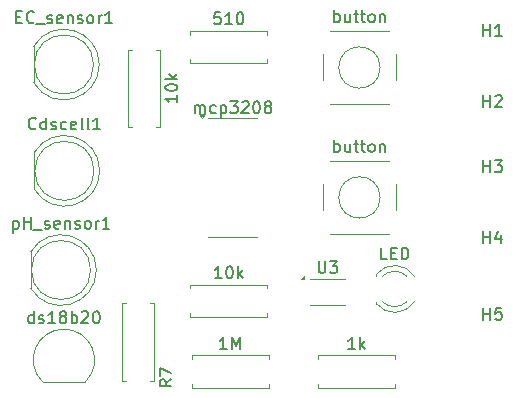
<source format=gbr>
%TF.GenerationSoftware,KiCad,Pcbnew,9.0.7*%
%TF.CreationDate,2026-01-23T18:30:01+09:00*%
%TF.ProjectId,ono-kairo,6f6e6f2d-6b61-4697-926f-2e6b69636164,rev?*%
%TF.SameCoordinates,Original*%
%TF.FileFunction,Legend,Top*%
%TF.FilePolarity,Positive*%
%FSLAX46Y46*%
G04 Gerber Fmt 4.6, Leading zero omitted, Abs format (unit mm)*
G04 Created by KiCad (PCBNEW 9.0.7) date 2026-01-23 18:30:01*
%MOMM*%
%LPD*%
G01*
G04 APERTURE LIST*
%ADD10C,0.150000*%
%ADD11C,0.120000*%
G04 APERTURE END LIST*
D10*
X143932380Y-48728152D02*
X143932380Y-49728152D01*
X143932380Y-48775771D02*
X144027618Y-48728152D01*
X144027618Y-48728152D02*
X144218094Y-48728152D01*
X144218094Y-48728152D02*
X144313332Y-48775771D01*
X144313332Y-48775771D02*
X144360951Y-48823390D01*
X144360951Y-48823390D02*
X144408570Y-48918628D01*
X144408570Y-48918628D02*
X144408570Y-49204342D01*
X144408570Y-49204342D02*
X144360951Y-49299580D01*
X144360951Y-49299580D02*
X144313332Y-49347200D01*
X144313332Y-49347200D02*
X144218094Y-49394819D01*
X144218094Y-49394819D02*
X144027618Y-49394819D01*
X144027618Y-49394819D02*
X143932380Y-49347200D01*
X144837142Y-49394819D02*
X144837142Y-48394819D01*
X144837142Y-48871009D02*
X145408570Y-48871009D01*
X145408570Y-49394819D02*
X145408570Y-48394819D01*
X145646666Y-49490057D02*
X146408570Y-49490057D01*
X146599047Y-49347200D02*
X146694285Y-49394819D01*
X146694285Y-49394819D02*
X146884761Y-49394819D01*
X146884761Y-49394819D02*
X146979999Y-49347200D01*
X146979999Y-49347200D02*
X147027618Y-49251961D01*
X147027618Y-49251961D02*
X147027618Y-49204342D01*
X147027618Y-49204342D02*
X146979999Y-49109104D01*
X146979999Y-49109104D02*
X146884761Y-49061485D01*
X146884761Y-49061485D02*
X146741904Y-49061485D01*
X146741904Y-49061485D02*
X146646666Y-49013866D01*
X146646666Y-49013866D02*
X146599047Y-48918628D01*
X146599047Y-48918628D02*
X146599047Y-48871009D01*
X146599047Y-48871009D02*
X146646666Y-48775771D01*
X146646666Y-48775771D02*
X146741904Y-48728152D01*
X146741904Y-48728152D02*
X146884761Y-48728152D01*
X146884761Y-48728152D02*
X146979999Y-48775771D01*
X147837142Y-49347200D02*
X147741904Y-49394819D01*
X147741904Y-49394819D02*
X147551428Y-49394819D01*
X147551428Y-49394819D02*
X147456190Y-49347200D01*
X147456190Y-49347200D02*
X147408571Y-49251961D01*
X147408571Y-49251961D02*
X147408571Y-48871009D01*
X147408571Y-48871009D02*
X147456190Y-48775771D01*
X147456190Y-48775771D02*
X147551428Y-48728152D01*
X147551428Y-48728152D02*
X147741904Y-48728152D01*
X147741904Y-48728152D02*
X147837142Y-48775771D01*
X147837142Y-48775771D02*
X147884761Y-48871009D01*
X147884761Y-48871009D02*
X147884761Y-48966247D01*
X147884761Y-48966247D02*
X147408571Y-49061485D01*
X148313333Y-48728152D02*
X148313333Y-49394819D01*
X148313333Y-48823390D02*
X148360952Y-48775771D01*
X148360952Y-48775771D02*
X148456190Y-48728152D01*
X148456190Y-48728152D02*
X148599047Y-48728152D01*
X148599047Y-48728152D02*
X148694285Y-48775771D01*
X148694285Y-48775771D02*
X148741904Y-48871009D01*
X148741904Y-48871009D02*
X148741904Y-49394819D01*
X149170476Y-49347200D02*
X149265714Y-49394819D01*
X149265714Y-49394819D02*
X149456190Y-49394819D01*
X149456190Y-49394819D02*
X149551428Y-49347200D01*
X149551428Y-49347200D02*
X149599047Y-49251961D01*
X149599047Y-49251961D02*
X149599047Y-49204342D01*
X149599047Y-49204342D02*
X149551428Y-49109104D01*
X149551428Y-49109104D02*
X149456190Y-49061485D01*
X149456190Y-49061485D02*
X149313333Y-49061485D01*
X149313333Y-49061485D02*
X149218095Y-49013866D01*
X149218095Y-49013866D02*
X149170476Y-48918628D01*
X149170476Y-48918628D02*
X149170476Y-48871009D01*
X149170476Y-48871009D02*
X149218095Y-48775771D01*
X149218095Y-48775771D02*
X149313333Y-48728152D01*
X149313333Y-48728152D02*
X149456190Y-48728152D01*
X149456190Y-48728152D02*
X149551428Y-48775771D01*
X150170476Y-49394819D02*
X150075238Y-49347200D01*
X150075238Y-49347200D02*
X150027619Y-49299580D01*
X150027619Y-49299580D02*
X149980000Y-49204342D01*
X149980000Y-49204342D02*
X149980000Y-48918628D01*
X149980000Y-48918628D02*
X150027619Y-48823390D01*
X150027619Y-48823390D02*
X150075238Y-48775771D01*
X150075238Y-48775771D02*
X150170476Y-48728152D01*
X150170476Y-48728152D02*
X150313333Y-48728152D01*
X150313333Y-48728152D02*
X150408571Y-48775771D01*
X150408571Y-48775771D02*
X150456190Y-48823390D01*
X150456190Y-48823390D02*
X150503809Y-48918628D01*
X150503809Y-48918628D02*
X150503809Y-49204342D01*
X150503809Y-49204342D02*
X150456190Y-49299580D01*
X150456190Y-49299580D02*
X150408571Y-49347200D01*
X150408571Y-49347200D02*
X150313333Y-49394819D01*
X150313333Y-49394819D02*
X150170476Y-49394819D01*
X150932381Y-49394819D02*
X150932381Y-48728152D01*
X150932381Y-48918628D02*
X150980000Y-48823390D01*
X150980000Y-48823390D02*
X151027619Y-48775771D01*
X151027619Y-48775771D02*
X151122857Y-48728152D01*
X151122857Y-48728152D02*
X151218095Y-48728152D01*
X152075238Y-49394819D02*
X151503810Y-49394819D01*
X151789524Y-49394819D02*
X151789524Y-48394819D01*
X151789524Y-48394819D02*
X151694286Y-48537676D01*
X151694286Y-48537676D02*
X151599048Y-48632914D01*
X151599048Y-48632914D02*
X151503810Y-48680533D01*
X171107142Y-42904819D02*
X171107142Y-41904819D01*
X171107142Y-42285771D02*
X171202380Y-42238152D01*
X171202380Y-42238152D02*
X171392856Y-42238152D01*
X171392856Y-42238152D02*
X171488094Y-42285771D01*
X171488094Y-42285771D02*
X171535713Y-42333390D01*
X171535713Y-42333390D02*
X171583332Y-42428628D01*
X171583332Y-42428628D02*
X171583332Y-42714342D01*
X171583332Y-42714342D02*
X171535713Y-42809580D01*
X171535713Y-42809580D02*
X171488094Y-42857200D01*
X171488094Y-42857200D02*
X171392856Y-42904819D01*
X171392856Y-42904819D02*
X171202380Y-42904819D01*
X171202380Y-42904819D02*
X171107142Y-42857200D01*
X172440475Y-42238152D02*
X172440475Y-42904819D01*
X172011904Y-42238152D02*
X172011904Y-42761961D01*
X172011904Y-42761961D02*
X172059523Y-42857200D01*
X172059523Y-42857200D02*
X172154761Y-42904819D01*
X172154761Y-42904819D02*
X172297618Y-42904819D01*
X172297618Y-42904819D02*
X172392856Y-42857200D01*
X172392856Y-42857200D02*
X172440475Y-42809580D01*
X172773809Y-42238152D02*
X173154761Y-42238152D01*
X172916666Y-41904819D02*
X172916666Y-42761961D01*
X172916666Y-42761961D02*
X172964285Y-42857200D01*
X172964285Y-42857200D02*
X173059523Y-42904819D01*
X173059523Y-42904819D02*
X173154761Y-42904819D01*
X173345238Y-42238152D02*
X173726190Y-42238152D01*
X173488095Y-41904819D02*
X173488095Y-42761961D01*
X173488095Y-42761961D02*
X173535714Y-42857200D01*
X173535714Y-42857200D02*
X173630952Y-42904819D01*
X173630952Y-42904819D02*
X173726190Y-42904819D01*
X174202381Y-42904819D02*
X174107143Y-42857200D01*
X174107143Y-42857200D02*
X174059524Y-42809580D01*
X174059524Y-42809580D02*
X174011905Y-42714342D01*
X174011905Y-42714342D02*
X174011905Y-42428628D01*
X174011905Y-42428628D02*
X174059524Y-42333390D01*
X174059524Y-42333390D02*
X174107143Y-42285771D01*
X174107143Y-42285771D02*
X174202381Y-42238152D01*
X174202381Y-42238152D02*
X174345238Y-42238152D01*
X174345238Y-42238152D02*
X174440476Y-42285771D01*
X174440476Y-42285771D02*
X174488095Y-42333390D01*
X174488095Y-42333390D02*
X174535714Y-42428628D01*
X174535714Y-42428628D02*
X174535714Y-42714342D01*
X174535714Y-42714342D02*
X174488095Y-42809580D01*
X174488095Y-42809580D02*
X174440476Y-42857200D01*
X174440476Y-42857200D02*
X174345238Y-42904819D01*
X174345238Y-42904819D02*
X174202381Y-42904819D01*
X174964286Y-42238152D02*
X174964286Y-42904819D01*
X174964286Y-42333390D02*
X175011905Y-42285771D01*
X175011905Y-42285771D02*
X175107143Y-42238152D01*
X175107143Y-42238152D02*
X175250000Y-42238152D01*
X175250000Y-42238152D02*
X175345238Y-42285771D01*
X175345238Y-42285771D02*
X175392857Y-42381009D01*
X175392857Y-42381009D02*
X175392857Y-42904819D01*
X171107142Y-31904819D02*
X171107142Y-30904819D01*
X171107142Y-31285771D02*
X171202380Y-31238152D01*
X171202380Y-31238152D02*
X171392856Y-31238152D01*
X171392856Y-31238152D02*
X171488094Y-31285771D01*
X171488094Y-31285771D02*
X171535713Y-31333390D01*
X171535713Y-31333390D02*
X171583332Y-31428628D01*
X171583332Y-31428628D02*
X171583332Y-31714342D01*
X171583332Y-31714342D02*
X171535713Y-31809580D01*
X171535713Y-31809580D02*
X171488094Y-31857200D01*
X171488094Y-31857200D02*
X171392856Y-31904819D01*
X171392856Y-31904819D02*
X171202380Y-31904819D01*
X171202380Y-31904819D02*
X171107142Y-31857200D01*
X172440475Y-31238152D02*
X172440475Y-31904819D01*
X172011904Y-31238152D02*
X172011904Y-31761961D01*
X172011904Y-31761961D02*
X172059523Y-31857200D01*
X172059523Y-31857200D02*
X172154761Y-31904819D01*
X172154761Y-31904819D02*
X172297618Y-31904819D01*
X172297618Y-31904819D02*
X172392856Y-31857200D01*
X172392856Y-31857200D02*
X172440475Y-31809580D01*
X172773809Y-31238152D02*
X173154761Y-31238152D01*
X172916666Y-30904819D02*
X172916666Y-31761961D01*
X172916666Y-31761961D02*
X172964285Y-31857200D01*
X172964285Y-31857200D02*
X173059523Y-31904819D01*
X173059523Y-31904819D02*
X173154761Y-31904819D01*
X173345238Y-31238152D02*
X173726190Y-31238152D01*
X173488095Y-30904819D02*
X173488095Y-31761961D01*
X173488095Y-31761961D02*
X173535714Y-31857200D01*
X173535714Y-31857200D02*
X173630952Y-31904819D01*
X173630952Y-31904819D02*
X173726190Y-31904819D01*
X174202381Y-31904819D02*
X174107143Y-31857200D01*
X174107143Y-31857200D02*
X174059524Y-31809580D01*
X174059524Y-31809580D02*
X174011905Y-31714342D01*
X174011905Y-31714342D02*
X174011905Y-31428628D01*
X174011905Y-31428628D02*
X174059524Y-31333390D01*
X174059524Y-31333390D02*
X174107143Y-31285771D01*
X174107143Y-31285771D02*
X174202381Y-31238152D01*
X174202381Y-31238152D02*
X174345238Y-31238152D01*
X174345238Y-31238152D02*
X174440476Y-31285771D01*
X174440476Y-31285771D02*
X174488095Y-31333390D01*
X174488095Y-31333390D02*
X174535714Y-31428628D01*
X174535714Y-31428628D02*
X174535714Y-31714342D01*
X174535714Y-31714342D02*
X174488095Y-31809580D01*
X174488095Y-31809580D02*
X174440476Y-31857200D01*
X174440476Y-31857200D02*
X174345238Y-31904819D01*
X174345238Y-31904819D02*
X174202381Y-31904819D01*
X174964286Y-31238152D02*
X174964286Y-31904819D01*
X174964286Y-31333390D02*
X175011905Y-31285771D01*
X175011905Y-31285771D02*
X175107143Y-31238152D01*
X175107143Y-31238152D02*
X175250000Y-31238152D01*
X175250000Y-31238152D02*
X175345238Y-31285771D01*
X175345238Y-31285771D02*
X175392857Y-31381009D01*
X175392857Y-31381009D02*
X175392857Y-31904819D01*
X183738095Y-57104819D02*
X183738095Y-56104819D01*
X183738095Y-56581009D02*
X184309523Y-56581009D01*
X184309523Y-57104819D02*
X184309523Y-56104819D01*
X185261904Y-56104819D02*
X184785714Y-56104819D01*
X184785714Y-56104819D02*
X184738095Y-56581009D01*
X184738095Y-56581009D02*
X184785714Y-56533390D01*
X184785714Y-56533390D02*
X184880952Y-56485771D01*
X184880952Y-56485771D02*
X185119047Y-56485771D01*
X185119047Y-56485771D02*
X185214285Y-56533390D01*
X185214285Y-56533390D02*
X185261904Y-56581009D01*
X185261904Y-56581009D02*
X185309523Y-56676247D01*
X185309523Y-56676247D02*
X185309523Y-56914342D01*
X185309523Y-56914342D02*
X185261904Y-57009580D01*
X185261904Y-57009580D02*
X185214285Y-57057200D01*
X185214285Y-57057200D02*
X185119047Y-57104819D01*
X185119047Y-57104819D02*
X184880952Y-57104819D01*
X184880952Y-57104819D02*
X184785714Y-57057200D01*
X184785714Y-57057200D02*
X184738095Y-57009580D01*
X183738095Y-50604819D02*
X183738095Y-49604819D01*
X183738095Y-50081009D02*
X184309523Y-50081009D01*
X184309523Y-50604819D02*
X184309523Y-49604819D01*
X185214285Y-49938152D02*
X185214285Y-50604819D01*
X184976190Y-49557200D02*
X184738095Y-50271485D01*
X184738095Y-50271485D02*
X185357142Y-50271485D01*
X183738095Y-44604819D02*
X183738095Y-43604819D01*
X183738095Y-44081009D02*
X184309523Y-44081009D01*
X184309523Y-44604819D02*
X184309523Y-43604819D01*
X184690476Y-43604819D02*
X185309523Y-43604819D01*
X185309523Y-43604819D02*
X184976190Y-43985771D01*
X184976190Y-43985771D02*
X185119047Y-43985771D01*
X185119047Y-43985771D02*
X185214285Y-44033390D01*
X185214285Y-44033390D02*
X185261904Y-44081009D01*
X185261904Y-44081009D02*
X185309523Y-44176247D01*
X185309523Y-44176247D02*
X185309523Y-44414342D01*
X185309523Y-44414342D02*
X185261904Y-44509580D01*
X185261904Y-44509580D02*
X185214285Y-44557200D01*
X185214285Y-44557200D02*
X185119047Y-44604819D01*
X185119047Y-44604819D02*
X184833333Y-44604819D01*
X184833333Y-44604819D02*
X184738095Y-44557200D01*
X184738095Y-44557200D02*
X184690476Y-44509580D01*
X183738095Y-33104819D02*
X183738095Y-32104819D01*
X183738095Y-32581009D02*
X184309523Y-32581009D01*
X184309523Y-33104819D02*
X184309523Y-32104819D01*
X185309523Y-33104819D02*
X184738095Y-33104819D01*
X185023809Y-33104819D02*
X185023809Y-32104819D01*
X185023809Y-32104819D02*
X184928571Y-32247676D01*
X184928571Y-32247676D02*
X184833333Y-32342914D01*
X184833333Y-32342914D02*
X184738095Y-32390533D01*
X183738095Y-39104819D02*
X183738095Y-38104819D01*
X183738095Y-38581009D02*
X184309523Y-38581009D01*
X184309523Y-39104819D02*
X184309523Y-38104819D01*
X184738095Y-38200057D02*
X184785714Y-38152438D01*
X184785714Y-38152438D02*
X184880952Y-38104819D01*
X184880952Y-38104819D02*
X185119047Y-38104819D01*
X185119047Y-38104819D02*
X185214285Y-38152438D01*
X185214285Y-38152438D02*
X185261904Y-38200057D01*
X185261904Y-38200057D02*
X185309523Y-38295295D01*
X185309523Y-38295295D02*
X185309523Y-38390533D01*
X185309523Y-38390533D02*
X185261904Y-38533390D01*
X185261904Y-38533390D02*
X184690476Y-39104819D01*
X184690476Y-39104819D02*
X185309523Y-39104819D01*
X175587142Y-51994819D02*
X175110952Y-51994819D01*
X175110952Y-51994819D02*
X175110952Y-50994819D01*
X175920476Y-51471009D02*
X176253809Y-51471009D01*
X176396666Y-51994819D02*
X175920476Y-51994819D01*
X175920476Y-51994819D02*
X175920476Y-50994819D01*
X175920476Y-50994819D02*
X176396666Y-50994819D01*
X176825238Y-51994819D02*
X176825238Y-50994819D01*
X176825238Y-50994819D02*
X177063333Y-50994819D01*
X177063333Y-50994819D02*
X177206190Y-51042438D01*
X177206190Y-51042438D02*
X177301428Y-51137676D01*
X177301428Y-51137676D02*
X177349047Y-51232914D01*
X177349047Y-51232914D02*
X177396666Y-51423390D01*
X177396666Y-51423390D02*
X177396666Y-51566247D01*
X177396666Y-51566247D02*
X177349047Y-51756723D01*
X177349047Y-51756723D02*
X177301428Y-51851961D01*
X177301428Y-51851961D02*
X177206190Y-51947200D01*
X177206190Y-51947200D02*
X177063333Y-51994819D01*
X177063333Y-51994819D02*
X176825238Y-51994819D01*
X159310714Y-39609819D02*
X159310714Y-38943152D01*
X159310714Y-39038390D02*
X159358333Y-38990771D01*
X159358333Y-38990771D02*
X159453571Y-38943152D01*
X159453571Y-38943152D02*
X159596428Y-38943152D01*
X159596428Y-38943152D02*
X159691666Y-38990771D01*
X159691666Y-38990771D02*
X159739285Y-39086009D01*
X159739285Y-39086009D02*
X159739285Y-39609819D01*
X159739285Y-39086009D02*
X159786904Y-38990771D01*
X159786904Y-38990771D02*
X159882142Y-38943152D01*
X159882142Y-38943152D02*
X160024999Y-38943152D01*
X160024999Y-38943152D02*
X160120238Y-38990771D01*
X160120238Y-38990771D02*
X160167857Y-39086009D01*
X160167857Y-39086009D02*
X160167857Y-39609819D01*
X161072618Y-39562200D02*
X160977380Y-39609819D01*
X160977380Y-39609819D02*
X160786904Y-39609819D01*
X160786904Y-39609819D02*
X160691666Y-39562200D01*
X160691666Y-39562200D02*
X160644047Y-39514580D01*
X160644047Y-39514580D02*
X160596428Y-39419342D01*
X160596428Y-39419342D02*
X160596428Y-39133628D01*
X160596428Y-39133628D02*
X160644047Y-39038390D01*
X160644047Y-39038390D02*
X160691666Y-38990771D01*
X160691666Y-38990771D02*
X160786904Y-38943152D01*
X160786904Y-38943152D02*
X160977380Y-38943152D01*
X160977380Y-38943152D02*
X161072618Y-38990771D01*
X161501190Y-38943152D02*
X161501190Y-39943152D01*
X161501190Y-38990771D02*
X161596428Y-38943152D01*
X161596428Y-38943152D02*
X161786904Y-38943152D01*
X161786904Y-38943152D02*
X161882142Y-38990771D01*
X161882142Y-38990771D02*
X161929761Y-39038390D01*
X161929761Y-39038390D02*
X161977380Y-39133628D01*
X161977380Y-39133628D02*
X161977380Y-39419342D01*
X161977380Y-39419342D02*
X161929761Y-39514580D01*
X161929761Y-39514580D02*
X161882142Y-39562200D01*
X161882142Y-39562200D02*
X161786904Y-39609819D01*
X161786904Y-39609819D02*
X161596428Y-39609819D01*
X161596428Y-39609819D02*
X161501190Y-39562200D01*
X162310714Y-38609819D02*
X162929761Y-38609819D01*
X162929761Y-38609819D02*
X162596428Y-38990771D01*
X162596428Y-38990771D02*
X162739285Y-38990771D01*
X162739285Y-38990771D02*
X162834523Y-39038390D01*
X162834523Y-39038390D02*
X162882142Y-39086009D01*
X162882142Y-39086009D02*
X162929761Y-39181247D01*
X162929761Y-39181247D02*
X162929761Y-39419342D01*
X162929761Y-39419342D02*
X162882142Y-39514580D01*
X162882142Y-39514580D02*
X162834523Y-39562200D01*
X162834523Y-39562200D02*
X162739285Y-39609819D01*
X162739285Y-39609819D02*
X162453571Y-39609819D01*
X162453571Y-39609819D02*
X162358333Y-39562200D01*
X162358333Y-39562200D02*
X162310714Y-39514580D01*
X163310714Y-38705057D02*
X163358333Y-38657438D01*
X163358333Y-38657438D02*
X163453571Y-38609819D01*
X163453571Y-38609819D02*
X163691666Y-38609819D01*
X163691666Y-38609819D02*
X163786904Y-38657438D01*
X163786904Y-38657438D02*
X163834523Y-38705057D01*
X163834523Y-38705057D02*
X163882142Y-38800295D01*
X163882142Y-38800295D02*
X163882142Y-38895533D01*
X163882142Y-38895533D02*
X163834523Y-39038390D01*
X163834523Y-39038390D02*
X163263095Y-39609819D01*
X163263095Y-39609819D02*
X163882142Y-39609819D01*
X164501190Y-38609819D02*
X164596428Y-38609819D01*
X164596428Y-38609819D02*
X164691666Y-38657438D01*
X164691666Y-38657438D02*
X164739285Y-38705057D01*
X164739285Y-38705057D02*
X164786904Y-38800295D01*
X164786904Y-38800295D02*
X164834523Y-38990771D01*
X164834523Y-38990771D02*
X164834523Y-39228866D01*
X164834523Y-39228866D02*
X164786904Y-39419342D01*
X164786904Y-39419342D02*
X164739285Y-39514580D01*
X164739285Y-39514580D02*
X164691666Y-39562200D01*
X164691666Y-39562200D02*
X164596428Y-39609819D01*
X164596428Y-39609819D02*
X164501190Y-39609819D01*
X164501190Y-39609819D02*
X164405952Y-39562200D01*
X164405952Y-39562200D02*
X164358333Y-39514580D01*
X164358333Y-39514580D02*
X164310714Y-39419342D01*
X164310714Y-39419342D02*
X164263095Y-39228866D01*
X164263095Y-39228866D02*
X164263095Y-38990771D01*
X164263095Y-38990771D02*
X164310714Y-38800295D01*
X164310714Y-38800295D02*
X164358333Y-38705057D01*
X164358333Y-38705057D02*
X164405952Y-38657438D01*
X164405952Y-38657438D02*
X164501190Y-38609819D01*
X165405952Y-39038390D02*
X165310714Y-38990771D01*
X165310714Y-38990771D02*
X165263095Y-38943152D01*
X165263095Y-38943152D02*
X165215476Y-38847914D01*
X165215476Y-38847914D02*
X165215476Y-38800295D01*
X165215476Y-38800295D02*
X165263095Y-38705057D01*
X165263095Y-38705057D02*
X165310714Y-38657438D01*
X165310714Y-38657438D02*
X165405952Y-38609819D01*
X165405952Y-38609819D02*
X165596428Y-38609819D01*
X165596428Y-38609819D02*
X165691666Y-38657438D01*
X165691666Y-38657438D02*
X165739285Y-38705057D01*
X165739285Y-38705057D02*
X165786904Y-38800295D01*
X165786904Y-38800295D02*
X165786904Y-38847914D01*
X165786904Y-38847914D02*
X165739285Y-38943152D01*
X165739285Y-38943152D02*
X165691666Y-38990771D01*
X165691666Y-38990771D02*
X165596428Y-39038390D01*
X165596428Y-39038390D02*
X165405952Y-39038390D01*
X165405952Y-39038390D02*
X165310714Y-39086009D01*
X165310714Y-39086009D02*
X165263095Y-39133628D01*
X165263095Y-39133628D02*
X165215476Y-39228866D01*
X165215476Y-39228866D02*
X165215476Y-39419342D01*
X165215476Y-39419342D02*
X165263095Y-39514580D01*
X165263095Y-39514580D02*
X165310714Y-39562200D01*
X165310714Y-39562200D02*
X165405952Y-39609819D01*
X165405952Y-39609819D02*
X165596428Y-39609819D01*
X165596428Y-39609819D02*
X165691666Y-39562200D01*
X165691666Y-39562200D02*
X165739285Y-39514580D01*
X165739285Y-39514580D02*
X165786904Y-39419342D01*
X165786904Y-39419342D02*
X165786904Y-39228866D01*
X165786904Y-39228866D02*
X165739285Y-39133628D01*
X165739285Y-39133628D02*
X165691666Y-39086009D01*
X165691666Y-39086009D02*
X165596428Y-39038390D01*
X145682380Y-57394819D02*
X145682380Y-56394819D01*
X145682380Y-57347200D02*
X145587142Y-57394819D01*
X145587142Y-57394819D02*
X145396666Y-57394819D01*
X145396666Y-57394819D02*
X145301428Y-57347200D01*
X145301428Y-57347200D02*
X145253809Y-57299580D01*
X145253809Y-57299580D02*
X145206190Y-57204342D01*
X145206190Y-57204342D02*
X145206190Y-56918628D01*
X145206190Y-56918628D02*
X145253809Y-56823390D01*
X145253809Y-56823390D02*
X145301428Y-56775771D01*
X145301428Y-56775771D02*
X145396666Y-56728152D01*
X145396666Y-56728152D02*
X145587142Y-56728152D01*
X145587142Y-56728152D02*
X145682380Y-56775771D01*
X146110952Y-57347200D02*
X146206190Y-57394819D01*
X146206190Y-57394819D02*
X146396666Y-57394819D01*
X146396666Y-57394819D02*
X146491904Y-57347200D01*
X146491904Y-57347200D02*
X146539523Y-57251961D01*
X146539523Y-57251961D02*
X146539523Y-57204342D01*
X146539523Y-57204342D02*
X146491904Y-57109104D01*
X146491904Y-57109104D02*
X146396666Y-57061485D01*
X146396666Y-57061485D02*
X146253809Y-57061485D01*
X146253809Y-57061485D02*
X146158571Y-57013866D01*
X146158571Y-57013866D02*
X146110952Y-56918628D01*
X146110952Y-56918628D02*
X146110952Y-56871009D01*
X146110952Y-56871009D02*
X146158571Y-56775771D01*
X146158571Y-56775771D02*
X146253809Y-56728152D01*
X146253809Y-56728152D02*
X146396666Y-56728152D01*
X146396666Y-56728152D02*
X146491904Y-56775771D01*
X147491904Y-57394819D02*
X146920476Y-57394819D01*
X147206190Y-57394819D02*
X147206190Y-56394819D01*
X147206190Y-56394819D02*
X147110952Y-56537676D01*
X147110952Y-56537676D02*
X147015714Y-56632914D01*
X147015714Y-56632914D02*
X146920476Y-56680533D01*
X148063333Y-56823390D02*
X147968095Y-56775771D01*
X147968095Y-56775771D02*
X147920476Y-56728152D01*
X147920476Y-56728152D02*
X147872857Y-56632914D01*
X147872857Y-56632914D02*
X147872857Y-56585295D01*
X147872857Y-56585295D02*
X147920476Y-56490057D01*
X147920476Y-56490057D02*
X147968095Y-56442438D01*
X147968095Y-56442438D02*
X148063333Y-56394819D01*
X148063333Y-56394819D02*
X148253809Y-56394819D01*
X148253809Y-56394819D02*
X148349047Y-56442438D01*
X148349047Y-56442438D02*
X148396666Y-56490057D01*
X148396666Y-56490057D02*
X148444285Y-56585295D01*
X148444285Y-56585295D02*
X148444285Y-56632914D01*
X148444285Y-56632914D02*
X148396666Y-56728152D01*
X148396666Y-56728152D02*
X148349047Y-56775771D01*
X148349047Y-56775771D02*
X148253809Y-56823390D01*
X148253809Y-56823390D02*
X148063333Y-56823390D01*
X148063333Y-56823390D02*
X147968095Y-56871009D01*
X147968095Y-56871009D02*
X147920476Y-56918628D01*
X147920476Y-56918628D02*
X147872857Y-57013866D01*
X147872857Y-57013866D02*
X147872857Y-57204342D01*
X147872857Y-57204342D02*
X147920476Y-57299580D01*
X147920476Y-57299580D02*
X147968095Y-57347200D01*
X147968095Y-57347200D02*
X148063333Y-57394819D01*
X148063333Y-57394819D02*
X148253809Y-57394819D01*
X148253809Y-57394819D02*
X148349047Y-57347200D01*
X148349047Y-57347200D02*
X148396666Y-57299580D01*
X148396666Y-57299580D02*
X148444285Y-57204342D01*
X148444285Y-57204342D02*
X148444285Y-57013866D01*
X148444285Y-57013866D02*
X148396666Y-56918628D01*
X148396666Y-56918628D02*
X148349047Y-56871009D01*
X148349047Y-56871009D02*
X148253809Y-56823390D01*
X148872857Y-57394819D02*
X148872857Y-56394819D01*
X148872857Y-56775771D02*
X148968095Y-56728152D01*
X148968095Y-56728152D02*
X149158571Y-56728152D01*
X149158571Y-56728152D02*
X149253809Y-56775771D01*
X149253809Y-56775771D02*
X149301428Y-56823390D01*
X149301428Y-56823390D02*
X149349047Y-56918628D01*
X149349047Y-56918628D02*
X149349047Y-57204342D01*
X149349047Y-57204342D02*
X149301428Y-57299580D01*
X149301428Y-57299580D02*
X149253809Y-57347200D01*
X149253809Y-57347200D02*
X149158571Y-57394819D01*
X149158571Y-57394819D02*
X148968095Y-57394819D01*
X148968095Y-57394819D02*
X148872857Y-57347200D01*
X149730000Y-56490057D02*
X149777619Y-56442438D01*
X149777619Y-56442438D02*
X149872857Y-56394819D01*
X149872857Y-56394819D02*
X150110952Y-56394819D01*
X150110952Y-56394819D02*
X150206190Y-56442438D01*
X150206190Y-56442438D02*
X150253809Y-56490057D01*
X150253809Y-56490057D02*
X150301428Y-56585295D01*
X150301428Y-56585295D02*
X150301428Y-56680533D01*
X150301428Y-56680533D02*
X150253809Y-56823390D01*
X150253809Y-56823390D02*
X149682381Y-57394819D01*
X149682381Y-57394819D02*
X150301428Y-57394819D01*
X150920476Y-56394819D02*
X151015714Y-56394819D01*
X151015714Y-56394819D02*
X151110952Y-56442438D01*
X151110952Y-56442438D02*
X151158571Y-56490057D01*
X151158571Y-56490057D02*
X151206190Y-56585295D01*
X151206190Y-56585295D02*
X151253809Y-56775771D01*
X151253809Y-56775771D02*
X151253809Y-57013866D01*
X151253809Y-57013866D02*
X151206190Y-57204342D01*
X151206190Y-57204342D02*
X151158571Y-57299580D01*
X151158571Y-57299580D02*
X151110952Y-57347200D01*
X151110952Y-57347200D02*
X151015714Y-57394819D01*
X151015714Y-57394819D02*
X150920476Y-57394819D01*
X150920476Y-57394819D02*
X150825238Y-57347200D01*
X150825238Y-57347200D02*
X150777619Y-57299580D01*
X150777619Y-57299580D02*
X150730000Y-57204342D01*
X150730000Y-57204342D02*
X150682381Y-57013866D01*
X150682381Y-57013866D02*
X150682381Y-56775771D01*
X150682381Y-56775771D02*
X150730000Y-56585295D01*
X150730000Y-56585295D02*
X150777619Y-56490057D01*
X150777619Y-56490057D02*
X150825238Y-56442438D01*
X150825238Y-56442438D02*
X150920476Y-56394819D01*
X157324819Y-62166666D02*
X156848628Y-62499999D01*
X157324819Y-62738094D02*
X156324819Y-62738094D01*
X156324819Y-62738094D02*
X156324819Y-62357142D01*
X156324819Y-62357142D02*
X156372438Y-62261904D01*
X156372438Y-62261904D02*
X156420057Y-62214285D01*
X156420057Y-62214285D02*
X156515295Y-62166666D01*
X156515295Y-62166666D02*
X156658152Y-62166666D01*
X156658152Y-62166666D02*
X156753390Y-62214285D01*
X156753390Y-62214285D02*
X156801009Y-62261904D01*
X156801009Y-62261904D02*
X156848628Y-62357142D01*
X156848628Y-62357142D02*
X156848628Y-62738094D01*
X156324819Y-61833332D02*
X156324819Y-61166666D01*
X156324819Y-61166666D02*
X157324819Y-61595237D01*
X162024285Y-59584819D02*
X161452857Y-59584819D01*
X161738571Y-59584819D02*
X161738571Y-58584819D01*
X161738571Y-58584819D02*
X161643333Y-58727676D01*
X161643333Y-58727676D02*
X161548095Y-58822914D01*
X161548095Y-58822914D02*
X161452857Y-58870533D01*
X162452857Y-59584819D02*
X162452857Y-58584819D01*
X162452857Y-58584819D02*
X162786190Y-59299104D01*
X162786190Y-59299104D02*
X163119523Y-58584819D01*
X163119523Y-58584819D02*
X163119523Y-59584819D01*
X157824819Y-38095238D02*
X157824819Y-38666666D01*
X157824819Y-38380952D02*
X156824819Y-38380952D01*
X156824819Y-38380952D02*
X156967676Y-38476190D01*
X156967676Y-38476190D02*
X157062914Y-38571428D01*
X157062914Y-38571428D02*
X157110533Y-38666666D01*
X156824819Y-37476190D02*
X156824819Y-37380952D01*
X156824819Y-37380952D02*
X156872438Y-37285714D01*
X156872438Y-37285714D02*
X156920057Y-37238095D01*
X156920057Y-37238095D02*
X157015295Y-37190476D01*
X157015295Y-37190476D02*
X157205771Y-37142857D01*
X157205771Y-37142857D02*
X157443866Y-37142857D01*
X157443866Y-37142857D02*
X157634342Y-37190476D01*
X157634342Y-37190476D02*
X157729580Y-37238095D01*
X157729580Y-37238095D02*
X157777200Y-37285714D01*
X157777200Y-37285714D02*
X157824819Y-37380952D01*
X157824819Y-37380952D02*
X157824819Y-37476190D01*
X157824819Y-37476190D02*
X157777200Y-37571428D01*
X157777200Y-37571428D02*
X157729580Y-37619047D01*
X157729580Y-37619047D02*
X157634342Y-37666666D01*
X157634342Y-37666666D02*
X157443866Y-37714285D01*
X157443866Y-37714285D02*
X157205771Y-37714285D01*
X157205771Y-37714285D02*
X157015295Y-37666666D01*
X157015295Y-37666666D02*
X156920057Y-37619047D01*
X156920057Y-37619047D02*
X156872438Y-37571428D01*
X156872438Y-37571428D02*
X156824819Y-37476190D01*
X157824819Y-36714285D02*
X156824819Y-36714285D01*
X157443866Y-36619047D02*
X157824819Y-36333333D01*
X157158152Y-36333333D02*
X157539104Y-36714285D01*
X172880952Y-59584819D02*
X172309524Y-59584819D01*
X172595238Y-59584819D02*
X172595238Y-58584819D01*
X172595238Y-58584819D02*
X172500000Y-58727676D01*
X172500000Y-58727676D02*
X172404762Y-58822914D01*
X172404762Y-58822914D02*
X172309524Y-58870533D01*
X173309524Y-59584819D02*
X173309524Y-58584819D01*
X173404762Y-59203866D02*
X173690476Y-59584819D01*
X173690476Y-58918152D02*
X173309524Y-59299104D01*
X161475714Y-31084819D02*
X160999524Y-31084819D01*
X160999524Y-31084819D02*
X160951905Y-31561009D01*
X160951905Y-31561009D02*
X160999524Y-31513390D01*
X160999524Y-31513390D02*
X161094762Y-31465771D01*
X161094762Y-31465771D02*
X161332857Y-31465771D01*
X161332857Y-31465771D02*
X161428095Y-31513390D01*
X161428095Y-31513390D02*
X161475714Y-31561009D01*
X161475714Y-31561009D02*
X161523333Y-31656247D01*
X161523333Y-31656247D02*
X161523333Y-31894342D01*
X161523333Y-31894342D02*
X161475714Y-31989580D01*
X161475714Y-31989580D02*
X161428095Y-32037200D01*
X161428095Y-32037200D02*
X161332857Y-32084819D01*
X161332857Y-32084819D02*
X161094762Y-32084819D01*
X161094762Y-32084819D02*
X160999524Y-32037200D01*
X160999524Y-32037200D02*
X160951905Y-31989580D01*
X162475714Y-32084819D02*
X161904286Y-32084819D01*
X162190000Y-32084819D02*
X162190000Y-31084819D01*
X162190000Y-31084819D02*
X162094762Y-31227676D01*
X162094762Y-31227676D02*
X161999524Y-31322914D01*
X161999524Y-31322914D02*
X161904286Y-31370533D01*
X163094762Y-31084819D02*
X163190000Y-31084819D01*
X163190000Y-31084819D02*
X163285238Y-31132438D01*
X163285238Y-31132438D02*
X163332857Y-31180057D01*
X163332857Y-31180057D02*
X163380476Y-31275295D01*
X163380476Y-31275295D02*
X163428095Y-31465771D01*
X163428095Y-31465771D02*
X163428095Y-31703866D01*
X163428095Y-31703866D02*
X163380476Y-31894342D01*
X163380476Y-31894342D02*
X163332857Y-31989580D01*
X163332857Y-31989580D02*
X163285238Y-32037200D01*
X163285238Y-32037200D02*
X163190000Y-32084819D01*
X163190000Y-32084819D02*
X163094762Y-32084819D01*
X163094762Y-32084819D02*
X162999524Y-32037200D01*
X162999524Y-32037200D02*
X162951905Y-31989580D01*
X162951905Y-31989580D02*
X162904286Y-31894342D01*
X162904286Y-31894342D02*
X162856667Y-31703866D01*
X162856667Y-31703866D02*
X162856667Y-31465771D01*
X162856667Y-31465771D02*
X162904286Y-31275295D01*
X162904286Y-31275295D02*
X162951905Y-31180057D01*
X162951905Y-31180057D02*
X162999524Y-31132438D01*
X162999524Y-31132438D02*
X163094762Y-31084819D01*
X169788095Y-52154819D02*
X169788095Y-52964342D01*
X169788095Y-52964342D02*
X169835714Y-53059580D01*
X169835714Y-53059580D02*
X169883333Y-53107200D01*
X169883333Y-53107200D02*
X169978571Y-53154819D01*
X169978571Y-53154819D02*
X170169047Y-53154819D01*
X170169047Y-53154819D02*
X170264285Y-53107200D01*
X170264285Y-53107200D02*
X170311904Y-53059580D01*
X170311904Y-53059580D02*
X170359523Y-52964342D01*
X170359523Y-52964342D02*
X170359523Y-52154819D01*
X170740476Y-52154819D02*
X171359523Y-52154819D01*
X171359523Y-52154819D02*
X171026190Y-52535771D01*
X171026190Y-52535771D02*
X171169047Y-52535771D01*
X171169047Y-52535771D02*
X171264285Y-52583390D01*
X171264285Y-52583390D02*
X171311904Y-52631009D01*
X171311904Y-52631009D02*
X171359523Y-52726247D01*
X171359523Y-52726247D02*
X171359523Y-52964342D01*
X171359523Y-52964342D02*
X171311904Y-53059580D01*
X171311904Y-53059580D02*
X171264285Y-53107200D01*
X171264285Y-53107200D02*
X171169047Y-53154819D01*
X171169047Y-53154819D02*
X170883333Y-53154819D01*
X170883333Y-53154819D02*
X170788095Y-53107200D01*
X170788095Y-53107200D02*
X170740476Y-53059580D01*
X161594761Y-53584819D02*
X161023333Y-53584819D01*
X161309047Y-53584819D02*
X161309047Y-52584819D01*
X161309047Y-52584819D02*
X161213809Y-52727676D01*
X161213809Y-52727676D02*
X161118571Y-52822914D01*
X161118571Y-52822914D02*
X161023333Y-52870533D01*
X162213809Y-52584819D02*
X162309047Y-52584819D01*
X162309047Y-52584819D02*
X162404285Y-52632438D01*
X162404285Y-52632438D02*
X162451904Y-52680057D01*
X162451904Y-52680057D02*
X162499523Y-52775295D01*
X162499523Y-52775295D02*
X162547142Y-52965771D01*
X162547142Y-52965771D02*
X162547142Y-53203866D01*
X162547142Y-53203866D02*
X162499523Y-53394342D01*
X162499523Y-53394342D02*
X162451904Y-53489580D01*
X162451904Y-53489580D02*
X162404285Y-53537200D01*
X162404285Y-53537200D02*
X162309047Y-53584819D01*
X162309047Y-53584819D02*
X162213809Y-53584819D01*
X162213809Y-53584819D02*
X162118571Y-53537200D01*
X162118571Y-53537200D02*
X162070952Y-53489580D01*
X162070952Y-53489580D02*
X162023333Y-53394342D01*
X162023333Y-53394342D02*
X161975714Y-53203866D01*
X161975714Y-53203866D02*
X161975714Y-52965771D01*
X161975714Y-52965771D02*
X162023333Y-52775295D01*
X162023333Y-52775295D02*
X162070952Y-52680057D01*
X162070952Y-52680057D02*
X162118571Y-52632438D01*
X162118571Y-52632438D02*
X162213809Y-52584819D01*
X162975714Y-53584819D02*
X162975714Y-52584819D01*
X163070952Y-53203866D02*
X163356666Y-53584819D01*
X163356666Y-52918152D02*
X162975714Y-53299104D01*
X145865237Y-40899580D02*
X145817618Y-40947200D01*
X145817618Y-40947200D02*
X145674761Y-40994819D01*
X145674761Y-40994819D02*
X145579523Y-40994819D01*
X145579523Y-40994819D02*
X145436666Y-40947200D01*
X145436666Y-40947200D02*
X145341428Y-40851961D01*
X145341428Y-40851961D02*
X145293809Y-40756723D01*
X145293809Y-40756723D02*
X145246190Y-40566247D01*
X145246190Y-40566247D02*
X145246190Y-40423390D01*
X145246190Y-40423390D02*
X145293809Y-40232914D01*
X145293809Y-40232914D02*
X145341428Y-40137676D01*
X145341428Y-40137676D02*
X145436666Y-40042438D01*
X145436666Y-40042438D02*
X145579523Y-39994819D01*
X145579523Y-39994819D02*
X145674761Y-39994819D01*
X145674761Y-39994819D02*
X145817618Y-40042438D01*
X145817618Y-40042438D02*
X145865237Y-40090057D01*
X146722380Y-40994819D02*
X146722380Y-39994819D01*
X146722380Y-40947200D02*
X146627142Y-40994819D01*
X146627142Y-40994819D02*
X146436666Y-40994819D01*
X146436666Y-40994819D02*
X146341428Y-40947200D01*
X146341428Y-40947200D02*
X146293809Y-40899580D01*
X146293809Y-40899580D02*
X146246190Y-40804342D01*
X146246190Y-40804342D02*
X146246190Y-40518628D01*
X146246190Y-40518628D02*
X146293809Y-40423390D01*
X146293809Y-40423390D02*
X146341428Y-40375771D01*
X146341428Y-40375771D02*
X146436666Y-40328152D01*
X146436666Y-40328152D02*
X146627142Y-40328152D01*
X146627142Y-40328152D02*
X146722380Y-40375771D01*
X147150952Y-40947200D02*
X147246190Y-40994819D01*
X147246190Y-40994819D02*
X147436666Y-40994819D01*
X147436666Y-40994819D02*
X147531904Y-40947200D01*
X147531904Y-40947200D02*
X147579523Y-40851961D01*
X147579523Y-40851961D02*
X147579523Y-40804342D01*
X147579523Y-40804342D02*
X147531904Y-40709104D01*
X147531904Y-40709104D02*
X147436666Y-40661485D01*
X147436666Y-40661485D02*
X147293809Y-40661485D01*
X147293809Y-40661485D02*
X147198571Y-40613866D01*
X147198571Y-40613866D02*
X147150952Y-40518628D01*
X147150952Y-40518628D02*
X147150952Y-40471009D01*
X147150952Y-40471009D02*
X147198571Y-40375771D01*
X147198571Y-40375771D02*
X147293809Y-40328152D01*
X147293809Y-40328152D02*
X147436666Y-40328152D01*
X147436666Y-40328152D02*
X147531904Y-40375771D01*
X148436666Y-40947200D02*
X148341428Y-40994819D01*
X148341428Y-40994819D02*
X148150952Y-40994819D01*
X148150952Y-40994819D02*
X148055714Y-40947200D01*
X148055714Y-40947200D02*
X148008095Y-40899580D01*
X148008095Y-40899580D02*
X147960476Y-40804342D01*
X147960476Y-40804342D02*
X147960476Y-40518628D01*
X147960476Y-40518628D02*
X148008095Y-40423390D01*
X148008095Y-40423390D02*
X148055714Y-40375771D01*
X148055714Y-40375771D02*
X148150952Y-40328152D01*
X148150952Y-40328152D02*
X148341428Y-40328152D01*
X148341428Y-40328152D02*
X148436666Y-40375771D01*
X149246190Y-40947200D02*
X149150952Y-40994819D01*
X149150952Y-40994819D02*
X148960476Y-40994819D01*
X148960476Y-40994819D02*
X148865238Y-40947200D01*
X148865238Y-40947200D02*
X148817619Y-40851961D01*
X148817619Y-40851961D02*
X148817619Y-40471009D01*
X148817619Y-40471009D02*
X148865238Y-40375771D01*
X148865238Y-40375771D02*
X148960476Y-40328152D01*
X148960476Y-40328152D02*
X149150952Y-40328152D01*
X149150952Y-40328152D02*
X149246190Y-40375771D01*
X149246190Y-40375771D02*
X149293809Y-40471009D01*
X149293809Y-40471009D02*
X149293809Y-40566247D01*
X149293809Y-40566247D02*
X148817619Y-40661485D01*
X149865238Y-40994819D02*
X149770000Y-40947200D01*
X149770000Y-40947200D02*
X149722381Y-40851961D01*
X149722381Y-40851961D02*
X149722381Y-39994819D01*
X150389048Y-40994819D02*
X150293810Y-40947200D01*
X150293810Y-40947200D02*
X150246191Y-40851961D01*
X150246191Y-40851961D02*
X150246191Y-39994819D01*
X151293810Y-40994819D02*
X150722382Y-40994819D01*
X151008096Y-40994819D02*
X151008096Y-39994819D01*
X151008096Y-39994819D02*
X150912858Y-40137676D01*
X150912858Y-40137676D02*
X150817620Y-40232914D01*
X150817620Y-40232914D02*
X150722382Y-40280533D01*
X144206190Y-31471009D02*
X144539523Y-31471009D01*
X144682380Y-31994819D02*
X144206190Y-31994819D01*
X144206190Y-31994819D02*
X144206190Y-30994819D01*
X144206190Y-30994819D02*
X144682380Y-30994819D01*
X145682380Y-31899580D02*
X145634761Y-31947200D01*
X145634761Y-31947200D02*
X145491904Y-31994819D01*
X145491904Y-31994819D02*
X145396666Y-31994819D01*
X145396666Y-31994819D02*
X145253809Y-31947200D01*
X145253809Y-31947200D02*
X145158571Y-31851961D01*
X145158571Y-31851961D02*
X145110952Y-31756723D01*
X145110952Y-31756723D02*
X145063333Y-31566247D01*
X145063333Y-31566247D02*
X145063333Y-31423390D01*
X145063333Y-31423390D02*
X145110952Y-31232914D01*
X145110952Y-31232914D02*
X145158571Y-31137676D01*
X145158571Y-31137676D02*
X145253809Y-31042438D01*
X145253809Y-31042438D02*
X145396666Y-30994819D01*
X145396666Y-30994819D02*
X145491904Y-30994819D01*
X145491904Y-30994819D02*
X145634761Y-31042438D01*
X145634761Y-31042438D02*
X145682380Y-31090057D01*
X145872857Y-32090057D02*
X146634761Y-32090057D01*
X146825238Y-31947200D02*
X146920476Y-31994819D01*
X146920476Y-31994819D02*
X147110952Y-31994819D01*
X147110952Y-31994819D02*
X147206190Y-31947200D01*
X147206190Y-31947200D02*
X147253809Y-31851961D01*
X147253809Y-31851961D02*
X147253809Y-31804342D01*
X147253809Y-31804342D02*
X147206190Y-31709104D01*
X147206190Y-31709104D02*
X147110952Y-31661485D01*
X147110952Y-31661485D02*
X146968095Y-31661485D01*
X146968095Y-31661485D02*
X146872857Y-31613866D01*
X146872857Y-31613866D02*
X146825238Y-31518628D01*
X146825238Y-31518628D02*
X146825238Y-31471009D01*
X146825238Y-31471009D02*
X146872857Y-31375771D01*
X146872857Y-31375771D02*
X146968095Y-31328152D01*
X146968095Y-31328152D02*
X147110952Y-31328152D01*
X147110952Y-31328152D02*
X147206190Y-31375771D01*
X148063333Y-31947200D02*
X147968095Y-31994819D01*
X147968095Y-31994819D02*
X147777619Y-31994819D01*
X147777619Y-31994819D02*
X147682381Y-31947200D01*
X147682381Y-31947200D02*
X147634762Y-31851961D01*
X147634762Y-31851961D02*
X147634762Y-31471009D01*
X147634762Y-31471009D02*
X147682381Y-31375771D01*
X147682381Y-31375771D02*
X147777619Y-31328152D01*
X147777619Y-31328152D02*
X147968095Y-31328152D01*
X147968095Y-31328152D02*
X148063333Y-31375771D01*
X148063333Y-31375771D02*
X148110952Y-31471009D01*
X148110952Y-31471009D02*
X148110952Y-31566247D01*
X148110952Y-31566247D02*
X147634762Y-31661485D01*
X148539524Y-31328152D02*
X148539524Y-31994819D01*
X148539524Y-31423390D02*
X148587143Y-31375771D01*
X148587143Y-31375771D02*
X148682381Y-31328152D01*
X148682381Y-31328152D02*
X148825238Y-31328152D01*
X148825238Y-31328152D02*
X148920476Y-31375771D01*
X148920476Y-31375771D02*
X148968095Y-31471009D01*
X148968095Y-31471009D02*
X148968095Y-31994819D01*
X149396667Y-31947200D02*
X149491905Y-31994819D01*
X149491905Y-31994819D02*
X149682381Y-31994819D01*
X149682381Y-31994819D02*
X149777619Y-31947200D01*
X149777619Y-31947200D02*
X149825238Y-31851961D01*
X149825238Y-31851961D02*
X149825238Y-31804342D01*
X149825238Y-31804342D02*
X149777619Y-31709104D01*
X149777619Y-31709104D02*
X149682381Y-31661485D01*
X149682381Y-31661485D02*
X149539524Y-31661485D01*
X149539524Y-31661485D02*
X149444286Y-31613866D01*
X149444286Y-31613866D02*
X149396667Y-31518628D01*
X149396667Y-31518628D02*
X149396667Y-31471009D01*
X149396667Y-31471009D02*
X149444286Y-31375771D01*
X149444286Y-31375771D02*
X149539524Y-31328152D01*
X149539524Y-31328152D02*
X149682381Y-31328152D01*
X149682381Y-31328152D02*
X149777619Y-31375771D01*
X150396667Y-31994819D02*
X150301429Y-31947200D01*
X150301429Y-31947200D02*
X150253810Y-31899580D01*
X150253810Y-31899580D02*
X150206191Y-31804342D01*
X150206191Y-31804342D02*
X150206191Y-31518628D01*
X150206191Y-31518628D02*
X150253810Y-31423390D01*
X150253810Y-31423390D02*
X150301429Y-31375771D01*
X150301429Y-31375771D02*
X150396667Y-31328152D01*
X150396667Y-31328152D02*
X150539524Y-31328152D01*
X150539524Y-31328152D02*
X150634762Y-31375771D01*
X150634762Y-31375771D02*
X150682381Y-31423390D01*
X150682381Y-31423390D02*
X150730000Y-31518628D01*
X150730000Y-31518628D02*
X150730000Y-31804342D01*
X150730000Y-31804342D02*
X150682381Y-31899580D01*
X150682381Y-31899580D02*
X150634762Y-31947200D01*
X150634762Y-31947200D02*
X150539524Y-31994819D01*
X150539524Y-31994819D02*
X150396667Y-31994819D01*
X151158572Y-31994819D02*
X151158572Y-31328152D01*
X151158572Y-31518628D02*
X151206191Y-31423390D01*
X151206191Y-31423390D02*
X151253810Y-31375771D01*
X151253810Y-31375771D02*
X151349048Y-31328152D01*
X151349048Y-31328152D02*
X151444286Y-31328152D01*
X152301429Y-31994819D02*
X151730001Y-31994819D01*
X152015715Y-31994819D02*
X152015715Y-30994819D01*
X152015715Y-30994819D02*
X151920477Y-31137676D01*
X151920477Y-31137676D02*
X151825239Y-31232914D01*
X151825239Y-31232914D02*
X151730001Y-31280533D01*
D11*
%TO.C,pH_sensor1*%
X150480000Y-52900000D02*
G75*
G02*
X145480000Y-52900000I-2500000J0D01*
G01*
X145480000Y-52900000D02*
G75*
G02*
X150480000Y-52900000I2500000J0D01*
G01*
X150970000Y-52900000D02*
G75*
G02*
X145420000Y-54444830I-2990000J0D01*
G01*
X145420000Y-51355170D02*
G75*
G02*
X150970000Y-52900000I2560000J-1544830D01*
G01*
X145420000Y-51355000D02*
X145420000Y-54445000D01*
%TO.C,button*%
X170130000Y-47850000D02*
X170130000Y-45650000D01*
X170750000Y-43630000D02*
X175750000Y-43630000D01*
X170750000Y-49870000D02*
X175750000Y-49870000D01*
X176370000Y-45650000D02*
X176370000Y-47850000D01*
X175000000Y-46750000D02*
G75*
G02*
X171500000Y-46750000I-1750000J0D01*
G01*
X171500000Y-46750000D02*
G75*
G02*
X175000000Y-46750000I1750000J0D01*
G01*
X170130000Y-36850000D02*
X170130000Y-34650000D01*
X170750000Y-32630000D02*
X175750000Y-32630000D01*
X170750000Y-38870000D02*
X175750000Y-38870000D01*
X176370000Y-34650000D02*
X176370000Y-36850000D01*
X175000000Y-35750000D02*
G75*
G02*
X171500000Y-35750000I-1750000J0D01*
G01*
X171500000Y-35750000D02*
G75*
G02*
X175000000Y-35750000I1750000J0D01*
G01*
%TO.C,LED*%
X177901437Y-55580000D02*
G75*
G02*
X174670000Y-55735516I-1671437J1080000D01*
G01*
X177270961Y-55580000D02*
G75*
G02*
X175189039Y-55580000I-1040961J1080000D01*
G01*
X175189039Y-53420000D02*
G75*
G02*
X177270961Y-53420000I1040961J-1080000D01*
G01*
X174670000Y-53264484D02*
G75*
G02*
X177901437Y-53420000I1560000J-1235516D01*
G01*
X174670000Y-55580000D02*
X174670000Y-55736000D01*
X174670000Y-53264000D02*
X174670000Y-53420000D01*
%TO.C,mcp3208*%
X160465000Y-39995000D02*
X164585000Y-39995000D01*
X160465000Y-40050000D02*
X160465000Y-39995000D01*
X160465000Y-50115000D02*
X160465000Y-50060000D01*
X164585000Y-39995000D02*
X164585000Y-40050000D01*
X164585000Y-50060000D02*
X164585000Y-50115000D01*
X164585000Y-50115000D02*
X160465000Y-50115000D01*
X159925000Y-40045000D02*
X159685000Y-39715000D01*
X160165000Y-39715000D01*
X159925000Y-40045000D01*
G36*
X159925000Y-40045000D02*
G01*
X159685000Y-39715000D01*
X160165000Y-39715000D01*
X159925000Y-40045000D01*
G37*
%TO.C,ds18b20*%
X146430000Y-62350000D02*
X150030000Y-62350000D01*
X146391522Y-62338478D02*
G75*
G02*
X148230000Y-57899999I1838478J1838478D01*
G01*
X148230000Y-57900000D02*
G75*
G02*
X150068478Y-62338478I0J-2600000D01*
G01*
%TO.C,R7*%
X155870000Y-62270000D02*
X155540000Y-62270000D01*
X155870000Y-55730000D02*
X155870000Y-62270000D01*
X155540000Y-55730000D02*
X155870000Y-55730000D01*
X153460000Y-55730000D02*
X153130000Y-55730000D01*
X153130000Y-62270000D02*
X153460000Y-62270000D01*
X153130000Y-55730000D02*
X153130000Y-62270000D01*
%TO.C,1M*%
X159040000Y-60130000D02*
X165580000Y-60130000D01*
X159040000Y-60460000D02*
X159040000Y-60130000D01*
X159040000Y-62540000D02*
X159040000Y-62870000D01*
X159040000Y-62870000D02*
X165580000Y-62870000D01*
X165580000Y-60130000D02*
X165580000Y-60460000D01*
X165580000Y-62870000D02*
X165580000Y-62540000D01*
%TO.C,10k*%
X156370000Y-34230000D02*
X156370000Y-40770000D01*
X156040000Y-34230000D02*
X156370000Y-34230000D01*
X153960000Y-34230000D02*
X153630000Y-34230000D01*
X153630000Y-34230000D02*
X153630000Y-40770000D01*
X156370000Y-40770000D02*
X156040000Y-40770000D01*
X153630000Y-40770000D02*
X153960000Y-40770000D01*
%TO.C,1k*%
X169730000Y-60130000D02*
X176270000Y-60130000D01*
X169730000Y-60460000D02*
X169730000Y-60130000D01*
X169730000Y-62540000D02*
X169730000Y-62870000D01*
X169730000Y-62870000D02*
X176270000Y-62870000D01*
X176270000Y-60130000D02*
X176270000Y-60460000D01*
X176270000Y-62870000D02*
X176270000Y-62540000D01*
%TO.C,510*%
X158920000Y-32630000D02*
X165460000Y-32630000D01*
X158920000Y-32960000D02*
X158920000Y-32630000D01*
X158920000Y-35040000D02*
X158920000Y-35370000D01*
X158920000Y-35370000D02*
X165460000Y-35370000D01*
X165460000Y-32630000D02*
X165460000Y-32960000D01*
X165460000Y-35370000D02*
X165460000Y-35040000D01*
%TO.C,U3*%
X169050000Y-53640000D02*
X172050000Y-53640000D01*
X169050000Y-55860000D02*
X172050000Y-55860000D01*
X168540000Y-53660000D02*
X168260000Y-53660000D01*
X168540000Y-53380000D01*
X168540000Y-53660000D01*
G36*
X168540000Y-53660000D02*
G01*
X168260000Y-53660000D01*
X168540000Y-53380000D01*
X168540000Y-53660000D01*
G37*
%TO.C,10k*%
X158920000Y-54130000D02*
X165460000Y-54130000D01*
X158920000Y-54460000D02*
X158920000Y-54130000D01*
X158920000Y-56540000D02*
X158920000Y-56870000D01*
X158920000Y-56870000D02*
X165460000Y-56870000D01*
X165460000Y-54130000D02*
X165460000Y-54460000D01*
X165460000Y-56870000D02*
X165460000Y-56540000D01*
%TO.C,Cdscell1*%
X145710000Y-42955000D02*
X145710000Y-46045000D01*
X145710000Y-42955170D02*
G75*
G02*
X151260000Y-44500000I2560000J-1544830D01*
G01*
X151260000Y-44500000D02*
G75*
G02*
X145710000Y-46044830I-2990000J0D01*
G01*
X150770000Y-44500000D02*
G75*
G02*
X145770000Y-44500000I-2500000J0D01*
G01*
X145770000Y-44500000D02*
G75*
G02*
X150770000Y-44500000I2500000J0D01*
G01*
%TO.C,EC_sensor1*%
X145670000Y-33955000D02*
X145670000Y-37045000D01*
X145670000Y-33955170D02*
G75*
G02*
X151220000Y-35500000I2560000J-1544830D01*
G01*
X151220000Y-35500000D02*
G75*
G02*
X145670000Y-37044830I-2990000J0D01*
G01*
X150730000Y-35500000D02*
G75*
G02*
X145730000Y-35500000I-2500000J0D01*
G01*
X145730000Y-35500000D02*
G75*
G02*
X150730000Y-35500000I2500000J0D01*
G01*
%TD*%
M02*

</source>
